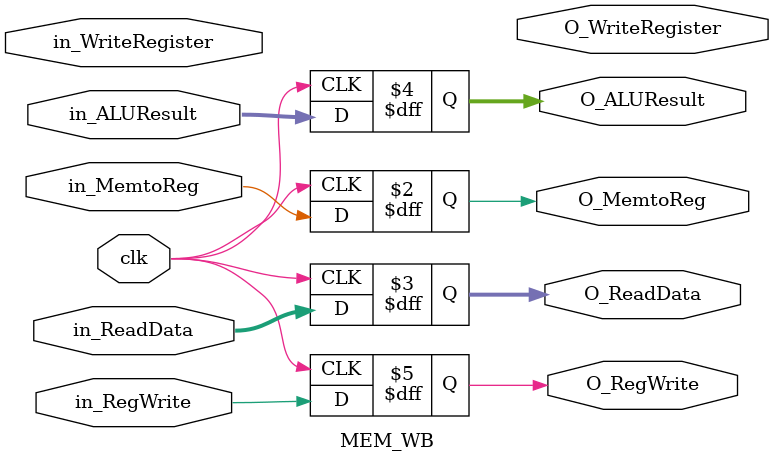
<source format=v>
`timescale 1ns / 1ps
module MEM_WB(	
	input 		 clk,
	input 		 in_MemtoReg ,
	input [15:0] in_ReadData ,
	input [15:0] in_ALUResult,
	input [2:0]	 in_WriteRegister ,
	input 		 in_RegWrite,
	
	output  reg				O_MemtoReg,
	output  reg [15:0] 	O_ReadData,
	output  reg [15:0] 	O_ALUResult,
	output  reg [2:0] 	O_WriteRegister,
	output  reg 			O_RegWrite
    );
	 
	 always@(negedge clk ) begin
		
		O_MemtoReg <= in_MemtoReg ;
		O_ReadData <= in_ReadData ;
		O_ALUResult <= in_ALUResult ;
		O_RegWrite <= in_RegWrite;
		
	 end
	 
	


endmodule

</source>
